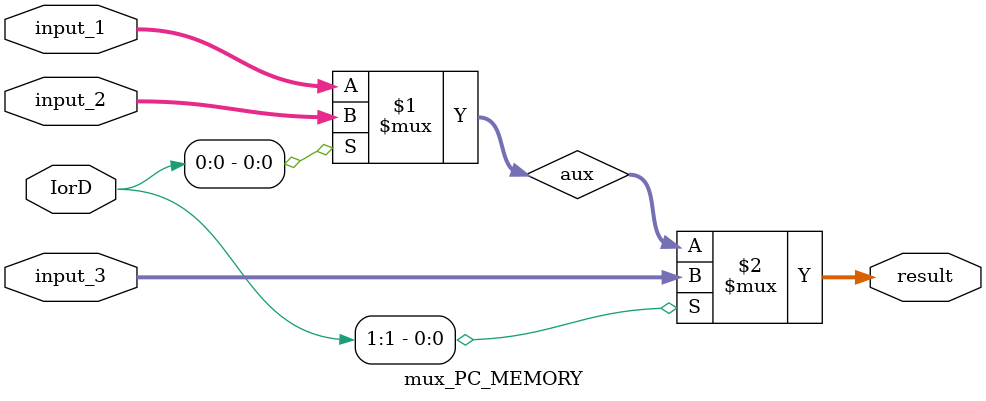
<source format=v>
module mux_PC_MEMORY (
  input  wire [1:0]  IorD,
  input  wire [31:0] input_1,
  input  wire [31:0] input_2,
  input  wire [31:0] input_3,

  output wire [31:0] result
);

  wire [31:0] aux;

  assign aux    = IorD[0] ? input_2 : input_1;
  assign result = IorD[1] ? input_3 : aux;

endmodule 
</source>
